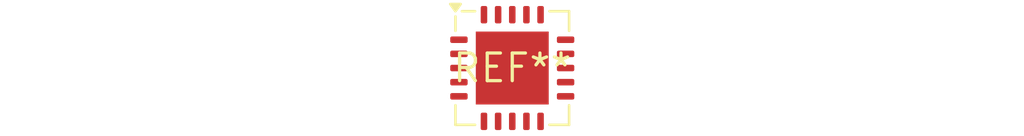
<source format=kicad_pcb>
(kicad_pcb (version 20240108) (generator pcbnew)
  (layers (0 "F.Cu" signal) (31 "B.Cu" signal) (34 "B.Paste" user) (35 "F.Paste" user) (36 "B.SilkS" user "B.Silkscreen") (37 "F.SilkS" user "F.Silkscreen") (38 "B.Mask" user) (39 "F.Mask" user) (44 "Edge.Cuts" user))
  (net 0 "")
  (footprint "QFN-20-1EP_5x5mm_P0.65mm_EP3.35x3.35mm" (layer "F.Cu") (at 0 0)
    (property "Reference" "REF**")
    (property "Value" "QFN-20-1EP_5x5mm_P0.65mm_EP3.35x3.35mm")
    (fp_line (start -2.61 -1.71) (end -2.61 -2.37) (layer "F.SilkS") (stroke (width 0.12)))
    (fp_line (start -2.61 2.61) (end -2.61 1.71) (layer "F.SilkS") (stroke (width 0.12)))
    (fp_line (start -1.71 -2.61) (end -2.31 -2.61) (layer "F.SilkS") (stroke (width 0.12)))
    (fp_line (start -1.71 2.61) (end -2.61 2.61) (layer "F.SilkS") (stroke (width 0.12)))
    (fp_line (start 1.71 -2.61) (end 2.61 -2.61) (layer "F.SilkS") (stroke (width 0.12)))
    (fp_line (start 1.71 2.61) (end 2.61 2.61) (layer "F.SilkS") (stroke (width 0.12)))
    (fp_line (start 2.61 -2.61) (end 2.61 -1.71) (layer "F.SilkS") (stroke (width 0.12)))
    (fp_line (start 2.61 2.61) (end 2.61 1.71) (layer "F.SilkS") (stroke (width 0.12)))
    (fp_poly (pts (xy -2.61 -2.61) (xy -2.85 -2.94) (xy -2.37 -2.94) (xy -2.61 -2.61)) (layer "F.SilkS") (stroke (width 0.12)) (fill solid))
    (pad "1" smd roundrect (at -2.45 -1.3) (size 0.8 0.3) (layers "F.Cu" "F.Paste" "F.Mask"))
    (pad "2" smd roundrect (at -2.45 -0.65) (size 0.8 0.3) (layers "F.Cu" "F.Paste" "F.Mask"))
    (pad "3" smd roundrect (at -2.45 0) (size 0.8 0.3) (layers "F.Cu" "F.Paste" "F.Mask"))
    (pad "4" smd roundrect (at -2.45 0.65) (size 0.8 0.3) (layers "F.Cu" "F.Paste" "F.Mask"))
    (pad "5" smd roundrect (at -2.45 1.3) (size 0.8 0.3) (layers "F.Cu" "F.Paste" "F.Mask"))
    (pad "6" smd roundrect (at -1.3 2.45) (size 0.3 0.8) (layers "F.Cu" "F.Paste" "F.Mask"))
    (pad "7" smd roundrect (at -0.65 2.45) (size 0.3 0.8) (layers "F.Cu" "F.Paste" "F.Mask"))
    (pad "8" smd roundrect (at 0 2.45) (size 0.3 0.8) (layers "F.Cu" "F.Paste" "F.Mask"))
    (pad "9" smd roundrect (at 0.65 2.45) (size 0.3 0.8) (layers "F.Cu" "F.Paste" "F.Mask"))
    (pad "10" smd roundrect (at 1.3 2.45) (size 0.3 0.8) (layers "F.Cu" "F.Paste" "F.Mask"))
    (pad "11" smd roundrect (at 2.45 1.3) (size 0.8 0.3) (layers "F.Cu" "F.Paste" "F.Mask"))
    (pad "12" smd roundrect (at 2.45 0.65) (size 0.8 0.3) (layers "F.Cu" "F.Paste" "F.Mask"))
    (pad "13" smd roundrect (at 2.45 0) (size 0.8 0.3) (layers "F.Cu" "F.Paste" "F.Mask"))
    (pad "14" smd roundrect (at 2.45 -0.65) (size 0.8 0.3) (layers "F.Cu" "F.Paste" "F.Mask"))
    (pad "15" smd roundrect (at 2.45 -1.3) (size 0.8 0.3) (layers "F.Cu" "F.Paste" "F.Mask"))
    (pad "16" smd roundrect (at 1.3 -2.45) (size 0.3 0.8) (layers "F.Cu" "F.Paste" "F.Mask"))
    (pad "17" smd roundrect (at 0.65 -2.45) (size 0.3 0.8) (layers "F.Cu" "F.Paste" "F.Mask"))
    (pad "18" smd roundrect (at 0 -2.45) (size 0.3 0.8) (layers "F.Cu" "F.Paste" "F.Mask"))
    (pad "19" smd roundrect (at -0.65 -2.45) (size 0.3 0.8) (layers "F.Cu" "F.Paste" "F.Mask"))
    (pad "20" smd roundrect (at -1.3 -2.45) (size 0.3 0.8) (layers "F.Cu" "F.Paste" "F.Mask"))
    (pad "21" smd rect (at 0 0) (size 3.35 3.35) (property pad_prop_heatsink) (layers "F.Cu" "F.Mask"))
  )
)
</source>
